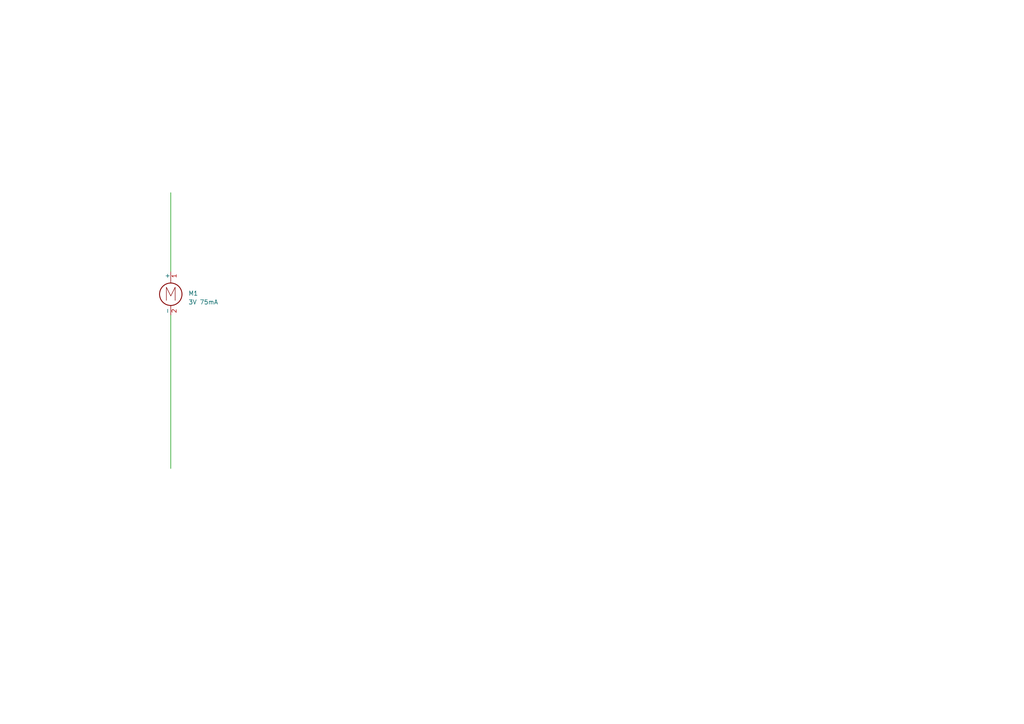
<source format=kicad_sch>
(kicad_sch (version 20231120) (generator "eeschema") (generator_version "8.0")
  (paper "A4")
  (lib_symbols
    (symbol "Motor:Motor_DC" (pin_names (offset 0))
      (property "Reference" "M" (at 2.54 2.54 0))
      (property "Value" "Motor_DC" (at 2.54 -5.08 0))
      (symbol "Motor_DC_0_0"
        (polyline (pts (xy -1.27 -3.302) (xy -1.27 0.508) (xy 0 -2.032) (xy 1.27 0.508) (xy 1.27 -3.302)))
      )
      (symbol "Motor_DC_0_1"
        (circle (center 0 -1.524) (radius 3.2512) (stroke (width 0.254)))
        (polyline (pts (xy 0 -7.62) (xy 0 -7.112)))
        (polyline (pts (xy 0 -4.7752) (xy 0 -5.1816)))
        (polyline (pts (xy 0 1.7272) (xy 0 2.0828)))
        (polyline (pts (xy 0 2.032) (xy 0 2.54)))
      )
      (symbol "Motor_DC_1_1"
        (pin passive line (at 0 5.08 270) (length 2.54) (name "+") (number "1"))
        (pin passive line (at 0 -7.62 90) (length 2.54) (name "-") (number "2"))
      )
    )
  )
  (wire (pts (xy 49.53 55.88) (xy 49.53 78.74)))
  (wire (pts (xy 49.53 91.44) (xy 49.53 135.89)))
  (symbol (lib_id "Motor:Motor_DC") (at 49.53 83.82 0) (unit 1)
    (property "Reference" "M1" (at 54.61 85.0899 0) (effects (justify left)))
    (property "Value" "3V 75mA" (at 54.61 87.6299 0) (effects (justify left)))
    (property "Description" "DC Motor" (effects (hide yes)))
  )
)
</source>
